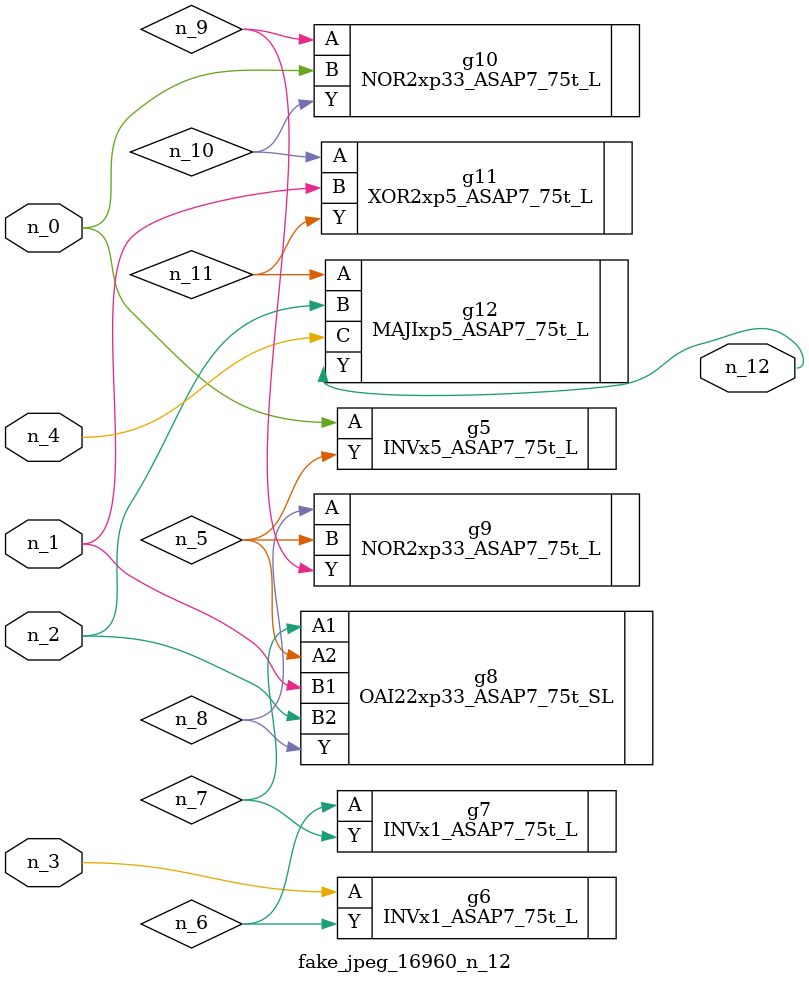
<source format=v>
module fake_jpeg_16960_n_12 (n_3, n_2, n_1, n_0, n_4, n_12);

input n_3;
input n_2;
input n_1;
input n_0;
input n_4;

output n_12;

wire n_11;
wire n_10;
wire n_8;
wire n_9;
wire n_6;
wire n_5;
wire n_7;

INVx5_ASAP7_75t_L g5 ( 
.A(n_0),
.Y(n_5)
);

INVx1_ASAP7_75t_L g6 ( 
.A(n_3),
.Y(n_6)
);

INVx1_ASAP7_75t_L g7 ( 
.A(n_6),
.Y(n_7)
);

OAI22xp33_ASAP7_75t_SL g8 ( 
.A1(n_7),
.A2(n_5),
.B1(n_1),
.B2(n_2),
.Y(n_8)
);

NOR2xp33_ASAP7_75t_L g9 ( 
.A(n_8),
.B(n_5),
.Y(n_9)
);

NOR2xp33_ASAP7_75t_L g10 ( 
.A(n_9),
.B(n_0),
.Y(n_10)
);

XOR2xp5_ASAP7_75t_L g11 ( 
.A(n_10),
.B(n_1),
.Y(n_11)
);

MAJIxp5_ASAP7_75t_L g12 ( 
.A(n_11),
.B(n_2),
.C(n_4),
.Y(n_12)
);


endmodule
</source>
